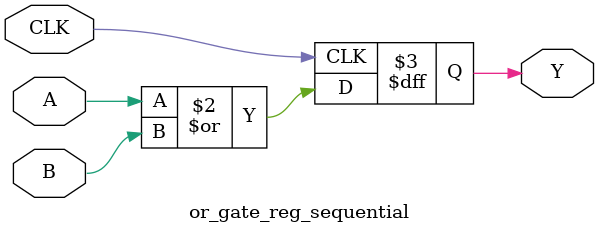
<source format=v>

module or_gate_reg_sequential
(
  input CLK,
  input A,
  input B,
  output Y
);

  reg Y;

  always @(posedge CLK) begin
    Y <= A | B;
  end


endmodule

</source>
